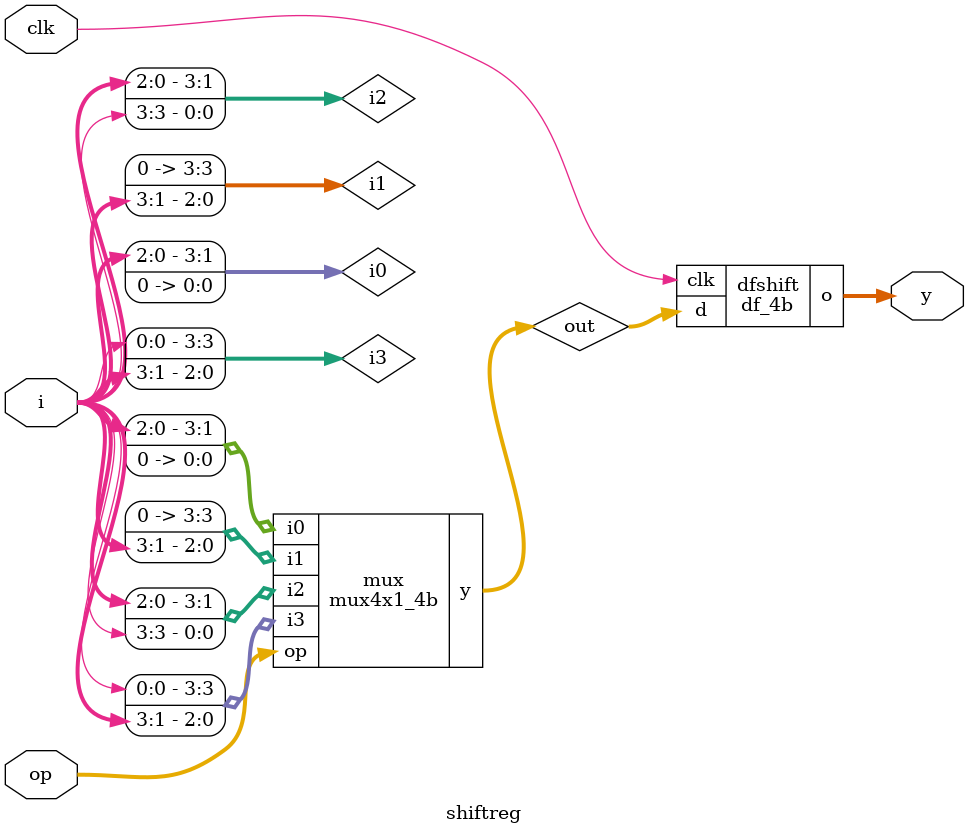
<source format=v>
module df(input wire clk, d, output wire o);
    reg data;
    always @(posedge clk)
        data <= d;
    assign o = data;
endmodule

module df_4b(input wire clk, input wire [3:0] d, output wire [3:0] o);
    df dff0(clk, d[0], o[0]);
    df dff1(clk, d[1], o[1]);
    df dff2(clk, d[2], o[2]);
    df dff3(clk, d[3], o[3]);
endmodule

module mux4x1_4b(input wire [3:0] i0, i1, i2, i3, input wire [1:0] op, output wire [3:0] y);
    wire [3:0] w0, w1;
    assign w0 = op[0]?i1:i0;
    assign w1 = op[0]?i3:i2;
    assign y = op[1]?w1:w0;
endmodule

module shiftreg(input wire clk, input wire [3:0] i, input wire [1:0] op, output wire [3:0] y);
    wire [3:0] x, out, i0, i1, i2, i3;
    df_4b dfset(clk, i, x);
    assign i0 = {i[2:0], 1'b0};
    assign i1 = {1'b0, i[3:1]};
    assign i2 = {i[2:0], i[3]};
    assign i3 = {i[0], i[3:1]};
    mux4x1_4b mux(i0, i1, i2, i3, op, out);
    df_4b dfshift(clk, out, y);
endmodule

</source>
